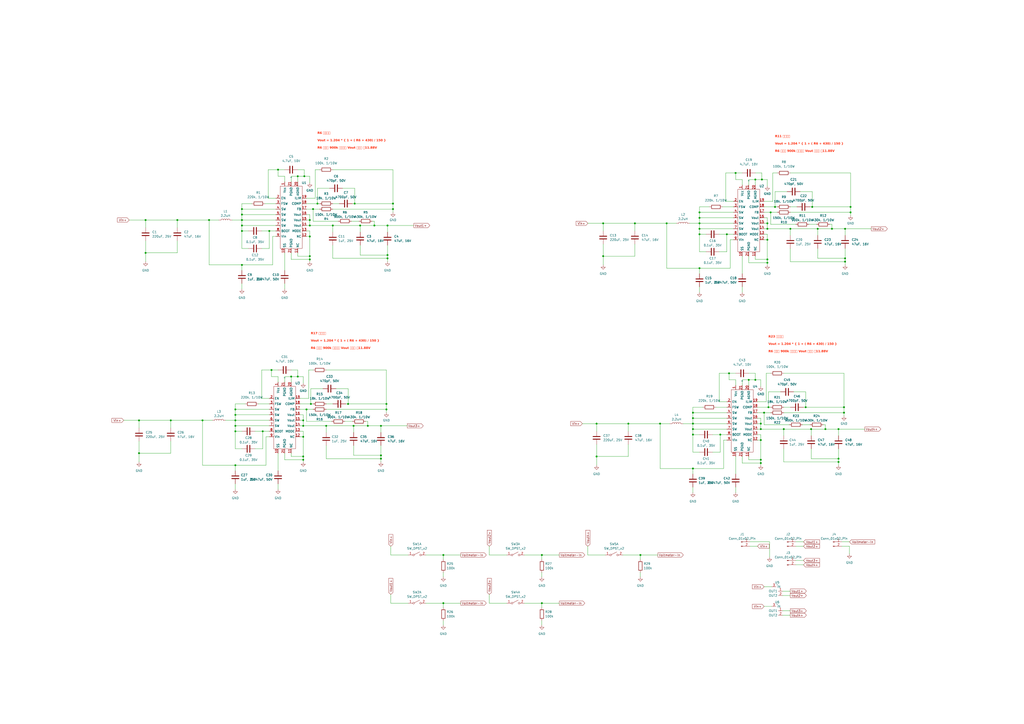
<source format=kicad_sch>
(kicad_sch (version 20230121) (generator eeschema)
  (paper "A2")
  (lib_symbols
    (symbol "Connector:Conn_01x02_Pin" (pin_names (offset 1.016) hide)
      (property "Reference" "J" (at 0 2.54 0))
      (property "Value" "Conn_01x02_Pin" (at 0 -5.08 0))
      (symbol "Conn_01x02_Pin_1_1"
        (pin passive line (at 5.08 0 180) (length 3.81) (name "Pin_1") (number "1"))
        (pin passive line (at 5.08 -2.54 180) (length 3.81) (name "Pin_2") (number "2"))
      )
    )
    (symbol "Device:C" (pin_numbers hide) (pin_names (offset 0.254))
      (property "Reference" "C" (at 0.635 2.54 0))
      (property "Value" "C" (at 0.635 -2.54 0))
      (symbol "C_1_1"
        (pin passive line (at 0 3.81 270) (length 2.794) (name "~") (number "1"))
        (pin passive line (at 0 -3.81 90) (length 2.794) (name "~") (number "2"))
      )
    )
    (symbol "Device:L" (pin_numbers hide) (pin_names (offset 1.016) hide)
      (property "Reference" "L" (at -1.27 0 90))
      (property "Value" "L" (at 1.905 0 90))
      (symbol "L_1_1"
        (pin passive line (at 0 3.81 270) (length 1.27) (name "1") (number "1"))
        (pin passive line (at 0 -3.81 90) (length 1.27) (name "2") (number "2"))
      )
    )
    (symbol "Device:R" (pin_numbers hide) (pin_names (offset 0))
      (property "Reference" "R" (at 2.032 0 90))
      (property "Value" "R" (at 0 0 90))
      (symbol "R_1_1"
        (pin passive line (at 0 3.81 270) (length 1.27) (name "~") (number "1"))
        (pin passive line (at 0 -3.81 90) (length 1.27) (name "~") (number "2"))
      )
    )
    (symbol "Switch:SW_DPST_x2" (pin_names (offset 0) hide)
      (property "Reference" "SW" (at 0 3.175 0))
      (property "Value" "SW_DPST_x2" (at 0 -2.54 0))
      (symbol "SW_DPST_x2_1_1"
        (pin passive line (at -5.08 0 0) (length 2.54) (name "A") (number "1"))
        (pin passive line (at 5.08 0 180) (length 2.54) (name "B") (number "2"))
      )
      (symbol "SW_DPST_x2_2_1"
        (pin passive line (at -5.08 0 0) (length 2.54) (name "A") (number "3"))
        (pin passive line (at 5.08 0 180) (length 2.54) (name "B") (number "4"))
      )
    )
    (symbol "power:GND" (power) (pin_names (offset 0))
      (property "Value" "GND" (at 0 -3.81 0))
      (symbol "GND_1_1"
        (pin power_in line (at 0 0 270) (length 0) hide (name "GND") (number "1"))
      )
    )
    (symbol "sunpare2023:pad-3"
      (property "Reference" "U" (at 0 1.27 0))
      (symbol "pad-3_1_1"
        (pin passive line (at 3.175 -3.81 180) (length 2.54) (name "OUT1") (number "1"))
        (pin passive line (at 3.175 -6.35 180) (length 2.54) (name "OUT2") (number "2"))
        (pin passive line (at -3.175 -1.27 0) (length 2.54) (name "IN") (number "3"))
      )
    )
    (symbol "sunpare2023:tps61088"
      (property "Reference" "U" (at 0 2.54 0))
      (symbol "tps61088_1_1"
        (pin passive line (at -3.81 -2.54 270) (length 2.54) (name "Vcc") (number "1"))
        (pin passive line (at -3.81 -43.815 90) (length 2.54) (name "SS") (number "10"))
        (pin passive line (at 3.81 -43.815 90) (length 2.54) (name "NC") (number "11"))
        (pin passive line (at 8.89 -34.29 180) (length 2.54) (name "NC") (number "12"))
        (pin passive line (at 8.89 -31.115 180) (length 2.54) (name "MODE") (number "13"))
        (pin passive line (at 8.89 -27.94 180) (length 2.54) (name "Vout") (number "14"))
        (pin passive line (at 8.89 -24.765 180) (length 2.54) (name "Vout") (number "15"))
        (pin passive line (at 8.89 -21.59 180) (length 2.54) (name "Vout") (number "16"))
        (pin passive line (at 8.89 -18.415 180) (length 2.54) (name "FB") (number "17"))
        (pin passive line (at 8.89 -15.24 180) (length 2.54) (name "COMP") (number "18"))
        (pin passive line (at 8.89 -12.065 180) (length 2.54) (name "ILIM") (number "19"))
        (pin passive line (at -8.89 -12.065 0) (length 2.54) (name "EN") (number "2"))
        (pin passive line (at 3.81 -2.54 270) (length 2.54) (name "AGND") (number "20"))
        (pin passive line (at 0 -43.815 90) (length 2.54) (name "PGND") (number "21"))
        (pin passive line (at 0 -2.54 270) (length 2.54) (name "PGND") (number "21"))
        (pin passive line (at -8.89 -15.24 0) (length 2.54) (name "FSW") (number "3"))
        (pin passive line (at -8.89 -18.415 0) (length 2.54) (name "SW") (number "4"))
        (pin passive line (at -8.89 -21.59 0) (length 2.54) (name "SW") (number "5"))
        (pin passive line (at -8.89 -24.765 0) (length 2.54) (name "SW") (number "6"))
        (pin passive line (at -8.89 -27.94 0) (length 2.54) (name "SW") (number "7"))
        (pin passive line (at -8.89 -31.115 0) (length 2.54) (name "BOOT") (number "8"))
        (pin passive line (at -8.89 -34.29 0) (length 2.54) (name "Vin") (number "9"))
      )
    )
  )
  (junction (at 441.325 255.27))
  (junction (at 220.98 264.16))
  (junction (at 371.475 321.945))
  (junction (at 220.98 247.015))
  (junction (at 349.885 129.54))
  (junction (at 136.525 243.84))
  (junction (at 364.49 245.745))
  (junction (at 172.72 218.44))
  (junction (at 136.525 237.49))
  (junction (at 478.79 248.92))
  (junction (at 470.535 248.92))
  (junction (at 482.6 132.715))
  (junction (at 441.325 245.745))
  (junction (at 175.895 243.84))
  (junction (at 140.335 133.985))
  (junction (at 490.22 149.86))
  (junction (at 208.915 130.81))
  (junction (at 175.895 266.7))
  (junction (at 136.525 269.875))
  (junction (at 220.98 266.065))
  (junction (at 441.325 266.7))
  (junction (at 490.22 132.715))
  (junction (at 405.765 135.89))
  (junction (at 445.135 152.4))
  (junction (at 438.15 104.14))
  (junction (at 493.395 120.015))
  (junction (at 401.955 248.92))
  (junction (at 401.955 242.57))
  (junction (at 179.705 127.635))
  (junction (at 471.17 120.015))
  (junction (at 447.04 123.19))
  (junction (at 140.335 124.46))
  (junction (at 156.21 133.985))
  (junction (at 490.22 151.765))
  (junction (at 314.325 349.885))
  (junction (at 486.41 248.92))
  (junction (at 489.585 239.395))
  (junction (at 224.155 234.315))
  (junction (at 136.525 247.015))
  (junction (at 152.4 250.19))
  (junction (at 493.395 123.19))
  (junction (at 140.335 127.635))
  (junction (at 443.23 239.395))
  (junction (at 426.72 100.33))
  (junction (at 179.705 130.81))
  (junction (at 121.285 127.635))
  (junction (at 136.525 250.19))
  (junction (at 441.96 104.14))
  (junction (at 449.58 120.015))
  (junction (at 179.705 148.59))
  (junction (at 445.77 236.22))
  (junction (at 227.965 121.285))
  (junction (at 84.455 127.635))
  (junction (at 417.83 252.095))
  (junction (at 177.8 237.49))
  (junction (at 224.79 149.86))
  (junction (at 346.075 264.795))
  (junction (at 421.64 135.89))
  (junction (at 438.15 220.345))
  (junction (at 205.105 247.015))
  (junction (at 314.325 321.945))
  (junction (at 99.06 243.84))
  (junction (at 224.155 237.49))
  (junction (at 441.325 268.605))
  (junction (at 386.715 129.54))
  (junction (at 257.175 321.945))
  (junction (at 445.135 132.715))
  (junction (at 201.93 234.315))
  (junction (at 136.525 240.665))
  (junction (at 224.79 130.81))
  (junction (at 172.72 102.235))
  (junction (at 349.885 148.59))
  (junction (at 458.47 132.715))
  (junction (at 179.705 150.495))
  (junction (at 422.91 216.535))
  (junction (at 405.765 132.715))
  (junction (at 157.48 214.63))
  (junction (at 140.335 153.67))
  (junction (at 489.585 236.22))
  (junction (at 454.66 248.92))
  (junction (at 486.41 267.97))
  (junction (at 84.455 146.685))
  (junction (at 227.965 118.11))
  (junction (at 184.15 118.11))
  (junction (at 217.17 130.81))
  (junction (at 467.36 236.22))
  (junction (at 117.475 243.84))
  (junction (at 382.905 245.745))
  (junction (at 401.955 245.745))
  (junction (at 140.335 130.81))
  (junction (at 401.955 252.095))
  (junction (at 486.41 266.065))
  (junction (at 140.335 121.285))
  (junction (at 80.645 262.89))
  (junction (at 189.23 247.015))
  (junction (at 441.325 248.92))
  (junction (at 193.04 130.81))
  (junction (at 80.645 243.84))
  (junction (at 445.135 139.065))
  (junction (at 213.36 247.015))
  (junction (at 405.765 123.19))
  (junction (at 257.175 349.885))
  (junction (at 474.345 132.715))
  (junction (at 161.29 98.425))
  (junction (at 445.135 150.495))
  (junction (at 168.91 218.44))
  (junction (at 401.955 271.78))
  (junction (at 175.895 247.015))
  (junction (at 175.895 264.795))
  (junction (at 181.61 121.285))
  (junction (at 102.87 127.635))
  (junction (at 224.79 147.955))
  (junction (at 445.135 129.54))
  (junction (at 401.955 239.395))
  (junction (at 175.895 253.365))
  (junction (at 179.705 137.16))
  (junction (at 205.74 118.11))
  (junction (at 405.765 126.365))
  (junction (at 176.53 102.235))
  (junction (at 368.3 129.54))
  (junction (at 405.765 129.54))
  (junction (at 180.34 234.315))
  (junction (at 346.075 245.745))
  (junction (at 405.765 155.575))
  (junction (at 434.34 220.345))
  (wire (pts (xy 443.23 120.015) (xy 449.58 120.015)))
  (wire (pts (xy 257.175 349.885) (xy 267.335 349.885)))
  (wire (pts (xy 99.06 243.84) (xy 99.06 248.285)))
  (wire (pts (xy 168.91 218.44) (xy 168.91 221.615)))
  (wire (pts (xy 417.83 252.095) (xy 421.64 252.095)))
  (wire (pts (xy 177.8 237.49) (xy 181.61 237.49)))
  (wire (pts (xy 136.525 250.19) (xy 136.525 260.35)))
  (wire (pts (xy 421.64 135.89) (xy 425.45 135.89)))
  (wire (pts (xy 200.025 244.475) (xy 204.47 244.475)))
  (wire (pts (xy 136.525 260.35) (xy 140.335 260.35)))
  (wire (pts (xy 461.645 327.66) (xy 466.09 327.66)))
  (wire (pts (xy 411.48 120.015) (xy 405.765 120.015)))
  (wire (pts (xy 456.565 111.125) (xy 449.58 111.125)))
  (wire (pts (xy 175.895 222.25) (xy 175.895 218.44)))
  (wire (pts (xy 142.24 234.315) (xy 136.525 234.315)))
  (wire (pts (xy 364.49 245.745) (xy 382.905 245.745)))
  (wire (pts (xy 227.965 118.11) (xy 227.965 121.285)))
  (wire (pts (xy 438.15 100.33) (xy 441.96 100.33)))
  (wire (pts (xy 99.06 243.84) (xy 117.475 243.84)))
  (wire (pts (xy 314.325 360.045) (xy 314.325 362.585)))
  (wire (pts (xy 181.61 121.285) (xy 181.61 128.27)))
  (wire (pts (xy 371.475 332.105) (xy 371.475 334.645)))
  (wire (pts (xy 401.955 242.57) (xy 421.64 242.57)))
  (wire (pts (xy 136.525 269.875) (xy 136.525 273.05)))
  (wire (pts (xy 430.53 223.52) (xy 430.53 220.345)))
  (wire (pts (xy 425.45 129.54) (xy 405.765 129.54)))
  (wire (pts (xy 121.285 127.635) (xy 127 127.635)))
  (wire (pts (xy 422.91 216.535) (xy 426.72 216.535)))
  (wire (pts (xy 304.165 349.885) (xy 314.325 349.885)))
  (wire (pts (xy 443.23 239.395) (xy 443.23 246.38)))
  (wire (pts (xy 215.9 128.27) (xy 217.17 128.27)))
  (wire (pts (xy 136.525 237.49) (xy 156.21 237.49)))
  (wire (pts (xy 349.885 129.54) (xy 368.3 129.54)))
  (wire (pts (xy 140.335 124.46) (xy 160.02 124.46)))
  (wire (pts (xy 413.385 262.255) (xy 417.83 262.255)))
  (wire (pts (xy 177.8 137.16) (xy 179.705 137.16)))
  (wire (pts (xy 140.335 133.985) (xy 140.335 144.145)))
  (wire (pts (xy 474.345 132.715) (xy 482.6 132.715)))
  (wire (pts (xy 161.29 218.44) (xy 157.48 218.44)))
  (wire (pts (xy 220.98 266.065) (xy 220.98 267.97)))
  (wire (pts (xy 434.34 104.14) (xy 438.15 104.14)))
  (wire (pts (xy 217.17 128.27) (xy 217.17 130.81)))
  (wire (pts (xy 136.525 234.315) (xy 136.525 237.49)))
  (wire (pts (xy 205.74 118.11) (xy 227.965 118.11)))
  (wire (pts (xy 430.53 104.14) (xy 430.53 107.315)))
  (wire (pts (xy 438.15 216.535) (xy 438.15 220.345)))
  (wire (pts (xy 220.98 247.015) (xy 213.36 247.015)))
  (wire (pts (xy 182.88 114.935) (xy 177.8 114.935)))
  (wire (pts (xy 177.8 118.11) (xy 184.15 118.11)))
  (wire (pts (xy 425.45 139.065) (xy 423.545 139.065)))
  (wire (pts (xy 161.29 98.425) (xy 165.1 98.425)))
  (wire (pts (xy 464.185 111.125) (xy 471.17 111.125)))
  (wire (pts (xy 445.135 107.95) (xy 445.135 104.14)))
  (wire (pts (xy 441.325 252.095) (xy 441.325 255.27)))
  (wire (pts (xy 382.905 245.745) (xy 382.905 271.78)))
  (wire (pts (xy 461.645 314.325) (xy 466.09 314.325)))
  (wire (pts (xy 401.955 271.78) (xy 419.735 271.78)))
  (wire (pts (xy 240.03 130.81) (xy 224.79 130.81)))
  (wire (pts (xy 470.535 248.92) (xy 478.79 248.92)))
  (wire (pts (xy 477.52 246.38) (xy 478.79 246.38)))
  (wire (pts (xy 401.955 239.395) (xy 401.955 242.57)))
  (wire (pts (xy 482.6 130.175) (xy 482.6 132.715)))
  (wire (pts (xy 168.91 146.685) (xy 168.91 150.495)))
  (wire (pts (xy 136.525 250.19) (xy 140.335 250.19)))
  (wire (pts (xy 405.765 132.715) (xy 405.765 135.89)))
  (wire (pts (xy 140.335 153.67) (xy 158.115 153.67)))
  (wire (pts (xy 454.66 260.35) (xy 454.66 267.97)))
  (wire (pts (xy 488.315 314.325) (xy 492.76 314.325)))
  (wire (pts (xy 224.79 147.955) (xy 224.79 149.86)))
  (wire (pts (xy 80.645 255.905) (xy 80.645 262.89)))
  (wire (pts (xy 179.705 127.635) (xy 179.705 130.81)))
  (wire (pts (xy 136.525 269.875) (xy 117.475 269.875)))
  (wire (pts (xy 247.015 349.885) (xy 257.175 349.885)))
  (wire (pts (xy 438.15 150.495) (xy 445.135 150.495)))
  (wire (pts (xy 486.41 260.35) (xy 486.41 266.065)))
  (wire (pts (xy 438.15 148.59) (xy 438.15 150.495)))
  (wire (pts (xy 454.025 356.87) (xy 458.47 356.87)))
  (wire (pts (xy 165.1 102.235) (xy 161.29 102.235)))
  (wire (pts (xy 368.3 141.605) (xy 368.3 148.59)))
  (wire (pts (xy 489.585 236.22) (xy 489.585 239.395)))
  (wire (pts (xy 140.335 153.67) (xy 140.335 156.845)))
  (wire (pts (xy 421.64 135.89) (xy 421.64 146.05)))
  (wire (pts (xy 176.53 98.425) (xy 176.53 102.235)))
  (wire (pts (xy 152.4 250.19) (xy 152.4 260.35)))
  (wire (pts (xy 165.1 221.615) (xy 165.1 218.44)))
  (wire (pts (xy 349.885 141.605) (xy 349.885 148.59)))
  (wire (pts (xy 364.49 245.745) (xy 364.49 250.19)))
  (wire (pts (xy 84.455 146.685) (xy 84.455 151.765)))
  (wire (pts (xy 154.305 253.365) (xy 154.305 269.875)))
  (wire (pts (xy 454.66 248.92) (xy 470.535 248.92)))
  (wire (pts (xy 445.135 135.89) (xy 445.135 139.065)))
  (wire (pts (xy 469.265 130.175) (xy 473.71 130.175)))
  (wire (pts (xy 368.3 129.54) (xy 386.715 129.54)))
  (wire (pts (xy 314.325 349.885) (xy 324.485 349.885)))
  (wire (pts (xy 445.77 227.33) (xy 445.77 236.22)))
  (wire (pts (xy 490.22 149.86) (xy 490.22 151.765)))
  (wire (pts (xy 458.47 100.33) (xy 493.395 100.33)))
  (wire (pts (xy 179.07 231.14) (xy 173.99 231.14)))
  (wire (pts (xy 179.705 148.59) (xy 179.705 150.495)))
  (wire (pts (xy 165.1 262.89) (xy 165.1 266.7)))
  (wire (pts (xy 257.175 321.945) (xy 267.335 321.945)))
  (wire (pts (xy 490.22 132.715) (xy 482.6 132.715)))
  (wire (pts (xy 490.22 144.145) (xy 490.22 149.86)))
  (wire (pts (xy 470.535 248.92) (xy 470.535 252.73)))
  (wire (pts (xy 177.8 127.635) (xy 179.705 127.635)))
  (wire (pts (xy 471.17 111.125) (xy 471.17 120.015)))
  (wire (pts (xy 454.66 216.535) (xy 489.585 216.535)))
  (wire (pts (xy 458.47 132.715) (xy 458.47 136.525)))
  (wire (pts (xy 257.175 321.945) (xy 257.175 324.485)))
  (wire (pts (xy 405.765 155.575) (xy 386.715 155.575)))
  (wire (pts (xy 193.04 121.285) (xy 227.965 121.285)))
  (wire (pts (xy 180.34 234.315) (xy 181.61 234.315)))
  (wire (pts (xy 179.705 124.46) (xy 179.705 127.635)))
  (wire (pts (xy 205.105 247.015) (xy 213.36 247.015)))
  (wire (pts (xy 193.04 130.81) (xy 208.915 130.81)))
  (wire (pts (xy 454.025 354.33) (xy 458.47 354.33)))
  (wire (pts (xy 467.36 227.33) (xy 467.36 236.22)))
  (wire (pts (xy 488.315 316.865) (xy 492.76 316.865)))
  (wire (pts (xy 173.99 253.365) (xy 175.895 253.365)))
  (wire (pts (xy 441.325 224.155) (xy 441.325 220.345)))
  (wire (pts (xy 423.545 139.065) (xy 423.545 155.575)))
  (wire (pts (xy 140.335 121.285) (xy 160.02 121.285)))
  (wire (pts (xy 425.45 116.84) (xy 421.005 116.84)))
  (wire (pts (xy 439.42 248.92) (xy 441.325 248.92)))
  (wire (pts (xy 421.64 245.745) (xy 401.955 245.745)))
  (wire (pts (xy 364.49 264.795) (xy 346.075 264.795)))
  (wire (pts (xy 80.645 262.89) (xy 80.645 267.97)))
  (wire (pts (xy 361.315 321.945) (xy 371.475 321.945)))
  (wire (pts (xy 314.325 321.945) (xy 314.325 324.485)))
  (wire (pts (xy 224.79 149.86) (xy 224.79 151.765)))
  (wire (pts (xy 434.975 314.325) (xy 446.405 314.325)))
  (wire (pts (xy 153.67 118.11) (xy 160.02 118.11)))
  (wire (pts (xy 205.105 264.16) (xy 220.98 264.16)))
  (wire (pts (xy 458.47 144.145) (xy 458.47 151.765)))
  (wire (pts (xy 165.1 164.465) (xy 165.1 167.64)))
  (wire (pts (xy 227.965 121.285) (xy 227.965 123.19)))
  (wire (pts (xy 102.87 127.635) (xy 102.87 132.08)))
  (wire (pts (xy 445.135 152.4) (xy 445.135 153.67)))
  (wire (pts (xy 430.53 268.605) (xy 441.325 268.605)))
  (wire (pts (xy 469.9 120.015) (xy 471.17 120.015)))
  (wire (pts (xy 386.715 129.54) (xy 392.43 129.54)))
  (wire (pts (xy 182.88 98.425) (xy 185.42 98.425)))
  (wire (pts (xy 401.955 262.255) (xy 405.765 262.255)))
  (wire (pts (xy 349.885 129.54) (xy 349.885 133.985)))
  (wire (pts (xy 460.375 227.33) (xy 467.36 227.33)))
  (wire (pts (xy 405.765 126.365) (xy 405.765 129.54)))
  (wire (pts (xy 447.04 123.19) (xy 447.04 130.175)))
  (wire (pts (xy 349.885 148.59) (xy 349.885 153.67)))
  (wire (pts (xy 461.645 325.12) (xy 466.09 325.12)))
  (wire (pts (xy 444.5 216.535) (xy 444.5 233.045)))
  (wire (pts (xy 417.195 216.535) (xy 422.91 216.535)))
  (wire (pts (xy 102.87 146.685) (xy 84.455 146.685)))
  (wire (pts (xy 458.47 123.19) (xy 493.395 123.19)))
  (wire (pts (xy 224.79 142.24) (xy 224.79 147.955)))
  (wire (pts (xy 346.075 264.795) (xy 346.075 269.875)))
  (wire (pts (xy 205.105 247.015) (xy 205.105 250.825)))
  (wire (pts (xy 405.765 129.54) (xy 405.765 132.715)))
  (wire (pts (xy 443.23 246.38) (xy 457.835 246.38)))
  (wire (pts (xy 447.675 340.36) (xy 443.23 340.36)))
  (wire (pts (xy 283.845 344.805) (xy 283.845 349.885)))
  (wire (pts (xy 417.83 252.095) (xy 417.83 262.255)))
  (wire (pts (xy 454.66 267.97) (xy 486.41 267.97)))
  (wire (pts (xy 140.335 144.145) (xy 144.145 144.145)))
  (wire (pts (xy 140.335 124.46) (xy 140.335 127.635)))
  (wire (pts (xy 226.695 321.945) (xy 236.855 321.945)))
  (wire (pts (xy 224.155 214.63) (xy 224.155 234.315)))
  (wire (pts (xy 396.24 245.745) (xy 401.955 245.745)))
  (wire (pts (xy 173.99 250.19) (xy 175.895 250.19)))
  (wire (pts (xy 140.335 153.67) (xy 121.285 153.67)))
  (wire (pts (xy 182.88 98.425) (xy 182.88 114.935)))
  (wire (pts (xy 157.48 214.63) (xy 157.48 218.44)))
  (wire (pts (xy 314.325 349.885) (xy 314.325 352.425)))
  (wire (pts (xy 177.8 124.46) (xy 179.705 124.46)))
  (wire (pts (xy 157.48 214.63) (xy 161.29 214.63)))
  (wire (pts (xy 165.1 218.44) (xy 168.91 218.44)))
  (wire (pts (xy 430.53 104.14) (xy 426.72 104.14)))
  (wire (pts (xy 173.99 247.015) (xy 175.895 247.015)))
  (wire (pts (xy 147.955 260.35) (xy 152.4 260.35)))
  (wire (pts (xy 401.955 245.745) (xy 401.955 248.92)))
  (wire (pts (xy 438.15 220.345) (xy 434.34 220.345)))
  (wire (pts (xy 421.64 233.045) (xy 417.195 233.045)))
  (wire (pts (xy 413.385 252.095) (xy 417.83 252.095)))
  (wire (pts (xy 445.77 236.22) (xy 447.04 236.22)))
  (wire (pts (xy 172.72 214.63) (xy 172.72 218.44)))
  (wire (pts (xy 172.72 146.685) (xy 172.72 148.59)))
  (wire (pts (xy 346.075 257.81) (xy 346.075 264.795)))
  (wire (pts (xy 382.905 245.745) (xy 388.62 245.745)))
  (wire (pts (xy 99.06 255.905) (xy 99.06 262.89)))
  (wire (pts (xy 155.575 114.935) (xy 155.575 98.425)))
  (wire (pts (xy 200.66 234.315) (xy 201.93 234.315)))
  (wire (pts (xy 80.645 243.84) (xy 99.06 243.84)))
  (wire (pts (xy 181.61 121.285) (xy 185.42 121.285)))
  (wire (pts (xy 177.8 133.985) (xy 179.705 133.985)))
  (wire (pts (xy 117.475 243.84) (xy 123.19 243.84)))
  (wire (pts (xy 184.15 109.22) (xy 184.15 118.11)))
  (wire (pts (xy 165.1 266.7) (xy 175.895 266.7)))
  (wire (pts (xy 434.34 264.795) (xy 434.34 266.7)))
  (wire (pts (xy 401.955 271.78) (xy 401.955 274.955)))
  (wire (pts (xy 220.98 250.825) (xy 220.98 247.015)))
  (wire (pts (xy 441.96 100.33) (xy 441.96 104.14)))
  (wire (pts (xy 151.765 231.14) (xy 151.765 214.63)))
  (wire (pts (xy 156.21 243.84) (xy 136.525 243.84)))
  (wire (pts (xy 151.765 214.63) (xy 157.48 214.63)))
  (wire (pts (xy 173.99 240.665) (xy 175.895 240.665)))
  (wire (pts (xy 175.895 218.44) (xy 172.72 218.44)))
  (wire (pts (xy 434.34 148.59) (xy 434.34 152.4)))
  (wire (pts (xy 304.165 321.945) (xy 314.325 321.945)))
  (wire (pts (xy 189.23 237.49) (xy 224.155 237.49)))
  (wire (pts (xy 179.705 137.16) (xy 179.705 148.59)))
  (wire (pts (xy 151.765 144.145) (xy 156.21 144.145)))
  (wire (pts (xy 172.72 102.235) (xy 172.72 105.41)))
  (wire (pts (xy 401.955 282.575) (xy 401.955 285.75)))
  (wire (pts (xy 501.65 248.92) (xy 486.41 248.92)))
  (wire (pts (xy 117.475 243.84) (xy 117.475 269.875)))
  (wire (pts (xy 193.04 98.425) (xy 227.965 98.425)))
  (wire (pts (xy 426.72 100.33) (xy 426.72 104.14)))
  (wire (pts (xy 458.47 120.015) (xy 462.28 120.015)))
  (wire (pts (xy 193.04 130.81) (xy 193.04 134.62)))
  (wire (pts (xy 168.91 262.89) (xy 168.91 264.795)))
  (wire (pts (xy 257.175 349.885) (xy 257.175 352.425)))
  (wire (pts (xy 443.23 132.715) (xy 445.135 132.715)))
  (wire (pts (xy 430.53 148.59) (xy 430.53 158.75)))
  (wire (pts (xy 173.99 237.49) (xy 177.8 237.49)))
  (wire (pts (xy 441.325 268.605) (xy 441.325 269.875)))
  (wire (pts (xy 421.005 116.84) (xy 421.005 100.33)))
  (wire (pts (xy 489.585 216.535) (xy 489.585 236.22)))
  (wire (pts (xy 236.22 247.015) (xy 220.98 247.015)))
  (wire (pts (xy 160.02 114.935) (xy 155.575 114.935)))
  (wire (pts (xy 189.23 258.445) (xy 189.23 266.065)))
  (wire (pts (xy 405.765 155.575) (xy 405.765 158.75)))
  (wire (pts (xy 283.845 321.945) (xy 294.005 321.945)))
  (wire (pts (xy 492.76 321.31) (xy 492.76 316.865)))
  (wire (pts (xy 441.325 248.92) (xy 454.66 248.92)))
  (wire (pts (xy 140.335 164.465) (xy 140.335 167.64)))
  (wire (pts (xy 486.41 252.73) (xy 486.41 248.92)))
  (wire (pts (xy 213.36 244.475) (xy 213.36 247.015)))
  (wire (pts (xy 371.475 321.945) (xy 371.475 324.485)))
  (wire (pts (xy 177.8 121.285) (xy 181.61 121.285)))
  (wire (pts (xy 136.525 243.84) (xy 136.525 247.015)))
  (wire (pts (xy 493.395 120.015) (xy 493.395 123.19)))
  (wire (pts (xy 204.47 118.11) (xy 205.74 118.11)))
  (wire (pts (xy 160.02 137.16) (xy 158.115 137.16)))
  (wire (pts (xy 194.945 225.425) (xy 201.93 225.425)))
  (wire (pts (xy 415.29 236.22) (xy 421.64 236.22)))
  (wire (pts (xy 444.5 216.535) (xy 447.04 216.535)))
  (wire (pts (xy 134.62 127.635) (xy 140.335 127.635)))
  (wire (pts (xy 121.285 127.635) (xy 121.285 153.67)))
  (wire (pts (xy 486.41 267.97) (xy 486.41 269.875)))
  (wire (pts (xy 201.93 234.315) (xy 224.155 234.315)))
  (wire (pts (xy 438.15 104.14) (xy 438.15 107.315)))
  (wire (pts (xy 175.895 247.015) (xy 189.23 247.015)))
  (wire (pts (xy 493.395 123.19) (xy 493.395 125.095)))
  (wire (pts (xy 434.34 220.345) (xy 434.34 223.52)))
  (wire (pts (xy 405.765 155.575) (xy 423.545 155.575)))
  (wire (pts (xy 405.765 135.89) (xy 409.575 135.89)))
  (wire (pts (xy 471.17 120.015) (xy 493.395 120.015)))
  (wire (pts (xy 147.955 250.19) (xy 152.4 250.19)))
  (wire (pts (xy 156.21 133.985) (xy 156.21 144.145)))
  (wire (pts (xy 208.915 142.24) (xy 208.915 147.955)))
  (wire (pts (xy 175.895 266.7) (xy 175.895 267.97)))
  (wire (pts (xy 454.025 345.44) (xy 458.47 345.44)))
  (wire (pts (xy 177.8 244.475) (xy 192.405 244.475)))
  (wire (pts (xy 189.23 247.015) (xy 189.23 250.825)))
  (wire (pts (xy 172.72 98.425) (xy 176.53 98.425)))
  (wire (pts (xy 191.135 109.22) (xy 184.15 109.22)))
  (wire (pts (xy 189.23 234.315) (xy 193.04 234.315)))
  (wire (pts (xy 168.91 150.495) (xy 179.705 150.495)))
  (wire (pts (xy 175.895 264.795) (xy 175.895 266.7)))
  (wire (pts (xy 212.09 244.475) (xy 213.36 244.475)))
  (wire (pts (xy 401.955 271.78) (xy 382.905 271.78)))
  (wire (pts (xy 426.72 264.795) (xy 426.72 274.955)))
  (wire (pts (xy 445.135 132.715) (xy 458.47 132.715)))
  (wire (pts (xy 439.42 242.57) (xy 441.325 242.57)))
  (wire (pts (xy 136.525 240.665) (xy 136.525 243.84)))
  (wire (pts (xy 489.585 239.395) (xy 489.585 241.3)))
  (wire (pts (xy 161.29 280.67) (xy 161.29 283.845)))
  (wire (pts (xy 401.955 236.22) (xy 401.955 239.395)))
  (wire (pts (xy 136.525 269.875) (xy 154.305 269.875)))
  (wire (pts (xy 439.42 245.745) (xy 441.325 245.745)))
  (wire (pts (xy 340.995 129.54) (xy 349.885 129.54)))
  (wire (pts (xy 422.91 216.535) (xy 422.91 220.345)))
  (wire (pts (xy 405.765 126.365) (xy 425.45 126.365)))
  (wire (pts (xy 140.335 130.81) (xy 140.335 133.985)))
  (wire (pts (xy 193.04 142.24) (xy 193.04 149.86)))
  (wire (pts (xy 465.455 246.38) (xy 469.9 246.38)))
  (wire (pts (xy 470.535 266.065) (xy 486.41 266.065)))
  (wire (pts (xy 340.995 316.865) (xy 340.995 321.945)))
  (wire (pts (xy 130.81 243.84) (xy 136.525 243.84)))
  (wire (pts (xy 441.325 266.7) (xy 441.325 268.605)))
  (wire (pts (xy 189.23 247.015) (xy 205.105 247.015)))
  (wire (pts (xy 467.36 236.22) (xy 489.585 236.22)))
  (wire (pts (xy 444.5 233.045) (xy 439.42 233.045)))
  (wire (pts (xy 208.915 147.955) (xy 224.79 147.955)))
  (wire (pts (xy 136.525 247.015) (xy 136.525 250.19)))
  (wire (pts (xy 201.93 225.425) (xy 201.93 234.315)))
  (wire (pts (xy 156.21 133.985) (xy 160.02 133.985)))
  (wire (pts (xy 208.915 130.81) (xy 208.915 134.62)))
  (wire (pts (xy 175.895 250.19) (xy 175.895 253.365)))
  (wire (pts (xy 368.3 148.59) (xy 349.885 148.59)))
  (wire (pts (xy 224.79 134.62) (xy 224.79 130.81)))
  (wire (pts (xy 340.995 321.945) (xy 351.155 321.945)))
  (wire (pts (xy 443.23 129.54) (xy 445.135 129.54)))
  (wire (pts (xy 449.58 111.125) (xy 449.58 120.015)))
  (wire (pts (xy 434.34 266.7) (xy 441.325 266.7)))
  (wire (pts (xy 161.29 262.89) (xy 161.29 273.05)))
  (wire (pts (xy 346.075 245.745) (xy 346.075 250.19)))
  (wire (pts (xy 152.4 250.19) (xy 156.21 250.19)))
  (wire (pts (xy 405.765 146.05) (xy 409.575 146.05)))
  (wire (pts (xy 458.47 132.715) (xy 474.345 132.715)))
  (wire (pts (xy 189.23 214.63) (xy 224.155 214.63)))
  (wire (pts (xy 454.66 239.395) (xy 489.585 239.395)))
  (wire (pts (xy 443.23 123.19) (xy 447.04 123.19)))
  (wire (pts (xy 283.845 349.885) (xy 294.005 349.885)))
  (wire (pts (xy 193.04 118.11) (xy 196.85 118.11)))
  (wire (pts (xy 149.86 234.315) (xy 156.21 234.315)))
  (wire (pts (xy 172.72 148.59) (xy 179.705 148.59)))
  (wire (pts (xy 205.74 109.22) (xy 205.74 118.11)))
  (wire (pts (xy 426.72 100.33) (xy 430.53 100.33)))
  (wire (pts (xy 426.72 282.575) (xy 426.72 285.75)))
  (wire (pts (xy 173.99 234.315) (xy 180.34 234.315)))
  (wire (pts (xy 461.645 316.865) (xy 466.09 316.865)))
  (wire (pts (xy 179.705 150.495) (xy 179.705 151.765)))
  (wire (pts (xy 80.645 243.84) (xy 80.645 248.285)))
  (wire (pts (xy 140.335 121.285) (xy 140.335 124.46)))
  (wire (pts (xy 175.895 240.665) (xy 175.895 243.84)))
  (wire (pts (xy 445.135 104.14) (xy 441.96 104.14)))
  (wire (pts (xy 441.325 220.345) (xy 438.15 220.345)))
  (wire (pts (xy 364.49 257.81) (xy 364.49 264.795)))
  (wire (pts (xy 84.455 139.7) (xy 84.455 146.685)))
  (wire (pts (xy 446.405 314.325) (xy 446.405 323.215)))
  (wire (pts (xy 179.705 106.045) (xy 179.705 102.235)))
  (wire (pts (xy 449.58 120.015) (xy 450.85 120.015)))
  (wire (pts (xy 439.42 252.095) (xy 441.325 252.095)))
  (wire (pts (xy 405.765 120.015) (xy 405.765 123.19)))
  (wire (pts (xy 226.695 316.865) (xy 226.695 321.945)))
  (wire (pts (xy 443.23 139.065) (xy 445.135 139.065)))
  (wire (pts (xy 156.21 253.365) (xy 154.305 253.365)))
  (wire (pts (xy 448.31 116.84) (xy 443.23 116.84)))
  (wire (pts (xy 447.04 130.175) (xy 461.645 130.175)))
  (wire (pts (xy 283.845 316.865) (xy 283.845 321.945)))
  (wire (pts (xy 193.04 149.86) (xy 224.79 149.86)))
  (wire (pts (xy 168.91 102.235) (xy 172.72 102.235)))
  (wire (pts (xy 179.07 214.63) (xy 181.61 214.63)))
  (wire (pts (xy 493.395 100.33) (xy 493.395 120.015)))
  (wire (pts (xy 419.1 120.015) (xy 425.45 120.015)))
  (wire (pts (xy 168.91 214.63) (xy 172.72 214.63)))
  (wire (pts (xy 168.91 105.41) (xy 168.91 102.235)))
  (wire (pts (xy 165.1 146.685) (xy 165.1 156.845)))
  (wire (pts (xy 447.04 123.19) (xy 450.85 123.19)))
  (wire (pts (xy 490.22 136.525) (xy 490.22 132.715)))
  (wire (pts (xy 102.87 127.635) (xy 121.285 127.635)))
  (wire (pts (xy 441.325 245.745) (xy 441.325 248.92)))
  (wire (pts (xy 140.335 133.985) (xy 144.145 133.985)))
  (wire (pts (xy 74.93 127.635) (xy 84.455 127.635)))
  (wire (pts (xy 474.345 144.145) (xy 474.345 149.86)))
  (wire (pts (xy 470.535 260.35) (xy 470.535 266.065)))
  (wire (pts (xy 198.755 109.22) (xy 205.74 109.22)))
  (wire (pts (xy 146.05 118.11) (xy 140.335 118.11)))
  (wire (pts (xy 447.675 351.79) (xy 443.23 351.79)))
  (wire (pts (xy 430.53 264.795) (xy 430.53 268.605)))
  (wire (pts (xy 156.21 247.015) (xy 136.525 247.015)))
  (wire (pts (xy 445.135 129.54) (xy 445.135 132.715)))
  (wire (pts (xy 419.735 255.27) (xy 419.735 271.78)))
  (wire (pts (xy 189.23 266.065) (xy 220.98 266.065)))
  (wire (pts (xy 371.475 321.945) (xy 381.635 321.945)))
  (wire (pts (xy 439.42 239.395) (xy 443.23 239.395)))
  (wire (pts (xy 443.23 239.395) (xy 447.04 239.395)))
  (wire (pts (xy 490.22 151.765) (xy 490.22 153.67)))
  (wire (pts (xy 172.72 218.44) (xy 168.91 218.44)))
  (wire (pts (xy 400.05 129.54) (xy 405.765 129.54)))
  (wire (pts (xy 458.47 151.765) (xy 490.22 151.765)))
  (wire (pts (xy 445.135 126.365) (xy 445.135 129.54)))
  (wire (pts (xy 179.705 102.235) (xy 176.53 102.235)))
  (wire (pts (xy 430.53 220.345) (xy 434.34 220.345)))
  (wire (pts (xy 224.79 130.81) (xy 217.17 130.81)))
  (wire (pts (xy 102.87 139.7) (xy 102.87 146.685)))
  (wire (pts (xy 220.98 258.445) (xy 220.98 264.16)))
  (wire (pts (xy 168.91 264.795) (xy 175.895 264.795)))
  (wire (pts (xy 441.325 255.27) (xy 441.325 266.7)))
  (wire (pts (xy 434.975 316.865) (xy 439.42 316.865)))
  (wire (pts (xy 421.64 255.27) (xy 419.735 255.27)))
  (wire (pts (xy 486.41 248.92) (xy 478.79 248.92)))
  (wire (pts (xy 224.155 237.49) (xy 224.155 239.395)))
  (wire (pts (xy 505.46 132.715) (xy 490.22 132.715)))
  (wire (pts (xy 180.34 225.425) (xy 180.34 234.315)))
  (wire (pts (xy 430.53 166.37) (xy 430.53 169.545)))
  (wire (pts (xy 179.07 214.63) (xy 179.07 231.14)))
  (wire (pts (xy 205.105 258.445) (xy 205.105 264.16)))
  (wire (pts (xy 71.755 243.84) (xy 80.645 243.84)))
  (wire (pts (xy 161.29 98.425) (xy 161.29 102.235)))
  (wire (pts (xy 136.525 240.665) (xy 156.21 240.665)))
  (wire (pts (xy 179.705 130.81) (xy 193.04 130.81)))
  (wire (pts (xy 173.99 243.84) (xy 175.895 243.84)))
  (wire (pts (xy 136.525 280.67) (xy 136.525 283.845)))
  (wire (pts (xy 257.175 360.045) (xy 257.175 362.585)))
  (wire (pts (xy 452.755 227.33) (xy 445.77 227.33)))
  (wire (pts (xy 448.31 100.33) (xy 450.85 100.33)))
  (wire (pts (xy 405.765 135.89) (xy 405.765 146.05)))
  (wire (pts (xy 417.195 146.05) (xy 421.64 146.05)))
  (wire (pts (xy 314.325 321.945) (xy 324.485 321.945)))
  (wire (pts (xy 184.15 118.11) (xy 185.42 118.11)))
  (wire (pts (xy 247.015 321.945) (xy 257.175 321.945)))
  (wire (pts (xy 176.53 102.235) (xy 172.72 102.235)))
  (wire (pts (xy 257.175 332.105) (xy 257.175 334.645)))
  (wire (pts (xy 417.195 233.045) (xy 417.195 216.535)))
  (wire (pts (xy 156.21 231.14) (xy 151.765 231.14)))
  (wire (pts (xy 405.765 123.19) (xy 425.45 123.19)))
  (wire (pts (xy 187.325 225.425) (xy 180.34 225.425)))
  (wire (pts (xy 441.325 242.57) (xy 441.325 245.745)))
  (wire (pts (xy 454.66 248.92) (xy 454.66 252.73)))
  (wire (pts (xy 407.67 236.22) (xy 401.955 236.22)))
  (wire (pts (xy 227.965 98.425) (xy 227.965 118.11)))
  (wire (pts (xy 405.765 123.19) (xy 405.765 126.365)))
  (wire (pts (xy 448.31 100.33) (xy 448.31 116.84)))
  (wire (pts (xy 175.895 243.84) (xy 175.895 247.015)))
  (wire (pts (xy 443.23 126.365) (xy 445.135 126.365)))
  (wire (pts (xy 179.705 133.985) (xy 179.705 137.16)))
  (wire (pts (xy 401.955 242.57) (xy 401.955 245.745)))
  (wire (pts (xy 443.23 135.89) (xy 445.135 135.89)))
  (wire (pts (xy 426.72 220.345) (xy 422.91 220.345)))
  (wire (pts (xy 386.715 129.54) (xy 386.715 155.575)))
  (wire (pts (xy 445.135 139.065) (xy 445.135 150.495)))
  (wire (pts (xy 224.155 234.315) (xy 224.155 237.49)))
  (wire (pts (xy 368.3 129.54) (xy 368.3 133.985)))
  (wire (pts (xy 481.33 130.175) (xy 482.6 130.175)))
  (wire (pts (xy 474.345 132.715) (xy 474.345 136.525)))
  (wire (pts (xy 160.02 127.635) (xy 140.335 127.635)))
  (wire (pts (xy 439.42 255.27) (xy 441.325 255.27)))
  (wire (pts (xy 439.42 236.22) (xy 445.77 236.22)))
  (wire (pts (xy 401.955 248.92) (xy 401.955 252.095)))
  (wire (pts (xy 175.895 253.365) (xy 175.895 264.795)))
  (wire (pts (xy 454.025 342.9) (xy 458.47 342.9)))
  (wire (pts (xy 478.79 246.38) (xy 478.79 248.92)))
  (wire (pts (xy 466.09 236.22) (xy 467.36 236.22)))
  (wire (pts (xy 441.96 104.14) (xy 438.15 104.14)))
  (wire (pts (xy 226.695 349.885) (xy 236.855 349.885)))
  (wire (pts (xy 314.325 332.105) (xy 314.325 334.645)))
  (wire (pts (xy 160.02 130.81) (xy 140.335 130.81)))
  (wire (pts (xy 401.955 239.395) (xy 421.64 239.395)))
  (wire (pts (xy 486.41 266.065) (xy 486.41 267.97)))
  (wire (pts (xy 434.34 216.535) (xy 438.15 216.535)))
  (wire (pts (xy 425.45 132.715) (xy 405.765 132.715)))
  (wire (pts (xy 136.525 237.49) (xy 136.525 240.665)))
  (wire (pts (xy 454.66 236.22) (xy 458.47 236.22)))
  (wire (pts (xy 445.135 150.495) (xy 445.135 152.4)))
  (wire (pts (xy 434.34 152.4) (xy 445.135 152.4)))
  (wire (pts (xy 337.82 245.745) (xy 346.075 245.745)))
  (wire (pts (xy 417.195 135.89) (xy 421.64 135.89)))
  (wire (pts (xy 426.72 220.345) (xy 426.72 223.52)))
  (wire (pts (xy 161.29 218.44) (xy 161.29 221.615)))
  (wire (pts (xy 151.765 133.985) (xy 156.21 133.985)))
  (wire (pts (xy 84.455 127.635) (xy 102.87 127.635)))
  (wire (pts (xy 99.06 262.89) (xy 80.645 262.89)))
  (wire (pts (xy 84.455 127.635) (xy 84.455 132.08)))
  (wire (pts (xy 155.575 98.425) (xy 161.29 98.425)))
  (wire (pts (xy 165.1 102.235) (xy 165.1 105.41)))
  (wire (pts (xy 181.61 128.27) (xy 196.215 128.27)))
  (wire (pts (xy 434.34 107.315) (xy 434.34 104.14)))
  (wire (pts (xy 401.955 252.095) (xy 401.955 262.255)))
  (wire (pts (xy 140.335 118.11) (xy 140.335 121.285)))
  (wire (pts (xy 405.765 166.37) (xy 405.765 169.545)))
  (wire (pts (xy 421.64 248.92) (xy 401.955 248.92)))
  (wire (pts (xy 220.98 264.16) (xy 220.98 266.065)))
  (wire (pts (xy 140.335 127.635) (xy 140.335 130.81)))
  (wire (pts (xy 158.115 137.16) (xy 158.115 153.67)))
  (wire (pts (xy 226.695 344.805) (xy 226.695 349.885)))
  (wire (pts (xy 177.8 237.49) (xy 177.8 244.475)))
  (wire (pts (xy 474.345 149.86) (xy 490.22 149.86)))
  (wire (pts (xy 421.005 100.33) (xy 426.72 100.33)))
  (wire (pts (xy 208.915 130.81) (xy 217.17 130.81)))
  (wire (pts (xy 401.955 252.095) (xy 405.765 252.095)))
  (wire (pts (xy 177.8 130.81) (xy 179.705 130.81)))
  (wire (pts (xy 203.835 128.27) (xy 208.28 128.27)))
  (wire (pts (xy 346.075 245.745) (xy 364.49 245.745)))
  (text "R23 について\n\nVout = 1.204 * { 1 + ( R6 + 430) / 150 }\n\nR6 の値が 900k のとき、 Vout の値は 約11.88V" (at 445.77 205.105 0) (effects (font (size 1.27 1.27) (thickness 0.254) bold) (justify left bottom)))
  (text "R17 について\n\nVout = 1.204 * { 1 + ( R6 + 430) / 150 }\n\nR6 の値が 900k のとき、 Vout の値は 約11.88V" (at 180.34 203.2 0) (effects (font (size 1.27 1.27) (thickness 0.254) bold) (justify left bottom)))
  (text "R6 について\n\nVout = 1.204 * { 1 + ( R6 + 430) / 150 }\n\nR6 の値が 900k のとき、 Vout の値は 約11.88V" (at 184.15 86.995 0) (effects (font (size 1.27 1.27) (thickness 0.254) bold) (justify left bottom)))
  (text "R11 について\n\nVout = 1.204 * { 1 + ( R6 + 430) / 150 }\n\nR6 の値が 900k のとき、 Vout の値は 約11.88V" (at 449.58 88.9 0) (effects (font (size 1.27 1.27) (thickness 0.254) bold) (justify left bottom)))
  (global_label "Voltmeter-In" (shape output) (at 381.635 321.945 0) (property "Intersheetrefs" "${INTERSHEET_REFS}" (effects hide)))
  (global_label "Vin+" (shape input) (at 71.755 243.84 180) (property "Intersheetrefs" "${INTERSHEET_REFS}" (effects hide)))
  (global_label "Vout2+" (shape input) (at 466.09 316.865 0) (property "Intersheetrefs" "${INTERSHEET_REFS}" (effects hide)))
  (global_label "Vout1+" (shape input) (at 226.695 344.805 90) (property "Intersheetrefs" "${INTERSHEET_REFS}" (effects hide)))
  (global_label "Vout4+" (shape input) (at 466.09 327.66 0) (property "Intersheetrefs" "${INTERSHEET_REFS}" (effects hide)))
  (global_label "Vin+" (shape input) (at 443.23 340.36 180) (property "Intersheetrefs" "${INTERSHEET_REFS}" (effects hide)))
  (global_label "Voltmeter-In" (shape output) (at 324.485 321.945 0) (property "Intersheetrefs" "${INTERSHEET_REFS}" (effects hide)))
  (global_label "Vin+" (shape input) (at 74.93 127.635 180) (property "Intersheetrefs" "${INTERSHEET_REFS}" (effects hide)))
  (global_label "Vin+" (shape input) (at 337.82 245.745 180) (property "Intersheetrefs" "${INTERSHEET_REFS}" (effects hide)))
  (global_label "Voltmeter-In" (shape output) (at 324.485 349.885 0) (property "Intersheetrefs" "${INTERSHEET_REFS}" (effects hide)))
  (global_label "Vout4+" (shape output) (at 501.65 248.92 0) (property "Intersheetrefs" "${INTERSHEET_REFS}" (effects hide)))
  (global_label "Voltmeter-In" (shape input) (at 492.76 314.325 0) (property "Intersheetrefs" "${INTERSHEET_REFS}" (effects hide)))
  (global_label "Vout1+" (shape output) (at 458.47 342.9 0) (property "Intersheetrefs" "${INTERSHEET_REFS}" (effects hide)))
  (global_label "Vin+" (shape input) (at 226.695 316.865 90) (property "Intersheetrefs" "${INTERSHEET_REFS}" (effects hide)))
  (global_label "Vout3+" (shape output) (at 458.47 354.33 0) (property "Intersheetrefs" "${INTERSHEET_REFS}" (effects hide)))
  (global_label "Vout3+" (shape input) (at 466.09 325.12 0) (property "Intersheetrefs" "${INTERSHEET_REFS}" (effects hide)))
  (global_label "Vout1+" (shape output) (at 240.03 130.81 0) (property "Intersheetrefs" "${INTERSHEET_REFS}" (effects hide)))
  (global_label "Vout2+" (shape input) (at 283.845 316.865 90) (property "Intersheetrefs" "${INTERSHEET_REFS}" (effects hide)))
  (global_label "Voltmeter-In" (shape output) (at 267.335 349.885 0) (property "Intersheetrefs" "${INTERSHEET_REFS}" (effects hide)))
  (global_label "Vout3+" (shape input) (at 283.845 344.805 90) (property "Intersheetrefs" "${INTERSHEET_REFS}" (effects hide)))
  (global_label "Vout2+" (shape output) (at 505.46 132.715 0) (property "Intersheetrefs" "${INTERSHEET_REFS}" (effects hide)))
  (global_label "Vin+" (shape input) (at 340.995 129.54 180) (property "Intersheetrefs" "${INTERSHEET_REFS}" (effects hide)))
  (global_label "Vout2+" (shape output) (at 458.47 345.44 0) (property "Intersheetrefs" "${INTERSHEET_REFS}" (effects hide)))
  (global_label "Vout4+" (shape input) (at 340.995 316.865 90) (property "Intersheetrefs" "${INTERSHEET_REFS}" (effects hide)))
  (global_label "Vout1+" (shape input) (at 466.09 314.325 0) (property "Intersheetrefs" "${INTERSHEET_REFS}" (effects hide)))
  (global_label "Vin+" (shape input) (at 439.42 316.865 0) (property "Intersheetrefs" "${INTERSHEET_REFS}" (effects hide)))
  (global_label "Vin+" (shape input) (at 443.23 351.79 180) (property "Intersheetrefs" "${INTERSHEET_REFS}" (effects hide)))
  (global_label "Vout4+" (shape output) (at 458.47 356.87 0) (property "Intersheetrefs" "${INTERSHEET_REFS}" (effects hide)))
  (global_label "Vout3+" (shape output) (at 236.22 247.015 0) (property "Intersheetrefs" "${INTERSHEET_REFS}" (effects hide)))
  (global_label "Voltmeter-In" (shape output) (at 267.335 321.945 0) (property "Intersheetrefs" "${INTERSHEET_REFS}" (effects hide)))
  (symbol (lib_id "power:GND") (at 224.155 239.395 0) (unit 1)
    (property "Reference" "#PWR020" (effects hide))
    (property "Value" "GND" (at 224.155 243.84 0))
  )
  (symbol (lib_id "Device:C") (at 189.23 254.635 0) (unit 1)
    (property "Reference" "C32" (at 192.405 253.365 0) (effects (justify left)))
    (property "Value" "1uF, 25V" (at 192.405 255.905 0) (effects (justify left)))
    (property "Footprint" "Capacitor_SMD:C_0805_2012Metric_Pad1.18x1.45mm_HandSolder" (effects hide))
  )
  (symbol (lib_id "Device:C") (at 462.28 236.22 90) (unit 1)
    (property "Reference" "C46" (at 462.28 229.87 90))
    (property "Value" "4700pF, 50V" (at 462.28 232.41 90))
    (property "Footprint" "Capacitor_SMD:C_0402_1005Metric_Pad0.74x0.62mm_HandSolder" (effects hide))
  )
  (symbol (lib_id "Device:R") (at 454.66 100.33 90) (unit 1)
    (property "Reference" "R8" (at 454.66 93.98 90))
    (property "Value" "100k, 1/10W" (at 454.66 96.52 90))
    (property "Footprint" "Resistor_SMD:R_1206_3216Metric_Pad1.30x1.75mm_HandSolder" (effects hide))
  )
  (symbol (lib_id "Device:C") (at 405.765 162.56 0) (unit 1)
    (property "Reference" "C15" (at 408.94 161.29 0) (effects (justify left)))
    (property "Value" "1uF, 25V" (at 408.94 163.83 0) (effects (justify left)))
    (property "Footprint" "Capacitor_SMD:C_0805_2012Metric_Pad1.18x1.45mm_HandSolder" (effects hide))
  )
  (symbol (lib_id "Connector:Conn_01x02_Pin") (at 483.235 314.325 0) (unit 1)
    (property "Reference" "J4" (at 483.87 309.88 0))
    (property "Value" "Conn_01x02_Pin" (at 483.87 312.42 0))
    (property "Footprint" "Connector_AMASS:AMASS_XT30U-M_1x02_P5.0mm_Vertical" (effects hide))
  )
  (symbol (lib_id "power:GND") (at 490.22 153.67 0) (unit 1)
    (property "Reference" "#PWR014" (effects hide))
    (property "Value" "GND" (at 490.22 158.75 0))
  )
  (symbol (lib_id "Device:C") (at 413.385 146.05 270) (unit 1)
    (property "Reference" "C17" (at 413.385 149.86 90))
    (property "Value" "0.1uF, 35V" (at 413.385 152.4 90))
    (property "Footprint" "Capacitor_SMD:C_0603_1608Metric_Pad1.08x0.95mm_HandSolder" (effects hide))
  )
  (symbol (lib_id "Device:R") (at 465.455 130.175 90) (unit 1)
    (property "Reference" "R11" (at 465.455 125.095 90))
    (property "Value" "900k, 1/10W" (at 465.455 127.635 90))
    (property "Footprint" "Resistor_SMD:R_0805_2012Metric_Pad1.20x1.40mm_HandSolder" (effects hide))
  )
  (symbol (lib_id "Device:R") (at 189.23 121.285 270) (unit 1)
    (property "Reference" "R4" (at 189.23 127 90))
    (property "Value" "150k, 1/10W" (at 189.23 124.46 90))
    (property "Footprint" "Resistor_SMD:R_1206_3216Metric_Pad1.30x1.75mm_HandSolder" (effects hide))
  )
  (symbol (lib_id "sunpare2023:tps61088") (at 168.91 102.87 0) (unit 1)
    (property "Reference" "U1" (at 175.0434 106.045 0) (effects (justify left)))
    (property "Value" "~" (at 168.91 102.87 0))
    (property "Footprint" "@3pare:tps61088" (effects hide))
  )
  (symbol (lib_id "Device:C") (at 490.22 140.335 0) (unit 1)
    (property "Reference" "C24" (at 494.03 139.065 0) (effects (justify left)))
    (property "Value" "47uF, 16V" (at 494.03 141.605 0) (effects (justify left)))
    (property "Footprint" "Capacitor_SMD:CP_Elec_5x5.8" (effects hide))
  )
  (symbol (lib_id "Device:C") (at 147.955 133.985 270) (unit 1)
    (property "Reference" "C8" (at 147.955 137.795 90))
    (property "Value" "0.1uF, 35V" (at 147.955 140.335 90))
    (property "Footprint" "Capacitor_SMD:C_0603_1608Metric_Pad1.08x0.95mm_HandSolder" (effects hide))
  )
  (symbol (lib_id "Device:C") (at 84.455 135.89 0) (unit 1)
    (property "Reference" "C1" (at 88.265 134.62 0) (effects (justify left)))
    (property "Value" "220uF, 25V" (at 88.265 137.16 0) (effects (justify left)))
    (property "Footprint" "Capacitor_THT:CP_Radial_D6.3mm_P2.50mm" (effects hide))
  )
  (symbol (lib_id "Device:C") (at 168.91 98.425 90) (unit 1)
    (property "Reference" "C5" (at 168.91 90.805 90))
    (property "Value" "4.7uF, 10V" (at 168.91 93.345 90))
    (property "Footprint" "Capacitor_SMD:C_0805_2012Metric_Pad1.18x1.45mm_HandSolder" (effects hide))
  )
  (symbol (lib_id "Device:C") (at 456.565 227.33 90) (unit 1)
    (property "Reference" "C45" (at 456.565 220.345 90))
    (property "Value" "470pF, 50V" (at 456.565 222.885 90))
    (property "Footprint" "Capacitor_SMD:C_0805_2012Metric_Pad1.18x1.45mm_HandSolder" (effects hide))
  )
  (symbol (lib_id "power:GND") (at 257.175 334.645 0) (unit 1)
    (property "Reference" "#PWR030" (effects hide))
    (property "Value" "GND" (at 257.175 339.725 0))
  )
  (symbol (lib_id "Device:C") (at 401.955 278.765 0) (unit 1)
    (property "Reference" "C39" (at 405.13 277.495 0) (effects (justify left)))
    (property "Value" "1uF, 25V" (at 405.13 280.035 0) (effects (justify left)))
    (property "Footprint" "Capacitor_SMD:C_0805_2012Metric_Pad1.18x1.45mm_HandSolder" (effects hide))
  )
  (symbol (lib_id "Device:C") (at 426.72 278.765 0) (unit 1)
    (property "Reference" "C42" (at 423.545 277.495 0) (effects (justify right)))
    (property "Value" "0.047uF, 50V" (at 423.545 280.035 0) (effects (justify right)))
    (property "Footprint" "Capacitor_THT:C_Disc_D3.8mm_W2.6mm_P2.50mm" (effects hide))
  )
  (symbol (lib_id "Device:R") (at 189.23 98.425 90) (unit 1)
    (property "Reference" "R2" (at 189.23 92.075 90))
    (property "Value" "100k, 1/10W" (at 189.23 94.615 90))
    (property "Footprint" "Resistor_SMD:R_1206_3216Metric_Pad1.30x1.75mm_HandSolder" (effects hide))
  )
  (symbol (lib_id "Device:C") (at 165.1 160.655 0) (unit 1)
    (property "Reference" "C10" (at 161.925 159.385 0) (effects (justify right)))
    (property "Value" "0.047uF, 50V" (at 161.925 161.925 0) (effects (justify right)))
    (property "Footprint" "Capacitor_THT:C_Disc_D3.8mm_W2.6mm_P2.50mm" (effects hide))
  )
  (symbol (lib_id "Device:C") (at 144.145 250.19 270) (unit 1)
    (property "Reference" "C28" (at 144.145 254 90))
    (property "Value" "0.1uF, 35V" (at 144.145 256.54 90))
    (property "Footprint" "Capacitor_SMD:C_0603_1608Metric_Pad1.08x0.95mm_HandSolder" (effects hide))
  )
  (symbol (lib_id "Device:C") (at 99.06 252.095 0) (unit 1)
    (property "Reference" "C26" (at 102.87 250.825 0) (effects (justify left)))
    (property "Value" "47uF, 16V" (at 102.87 253.365 0) (effects (justify left)))
    (property "Footprint" "Capacitor_SMD:CP_Elec_5x5.8" (effects hide))
  )
  (symbol (lib_id "Device:C") (at 474.345 140.335 0) (unit 1)
    (property "Reference" "C23" (at 478.155 139.065 0) (effects (justify left)))
    (property "Value" "47uF, 16V" (at 478.155 141.605 0) (effects (justify left)))
    (property "Footprint" "Capacitor_SMD:CP_Elec_5x5.8" (effects hide))
  )
  (symbol (lib_id "Device:L") (at 392.43 245.745 90) (unit 1)
    (property "Reference" "L4" (at 392.43 240.665 90))
    (property "Value" "2.2uH" (at 392.43 243.205 90))
    (property "Footprint" "@3pare:FDA1055-H-2R2M" (effects hide))
  )
  (symbol (lib_id "Device:C") (at 368.3 137.795 0) (unit 1)
    (property "Reference" "C14" (at 372.11 136.525 0) (effects (justify left)))
    (property "Value" "47uF, 16V" (at 372.11 139.065 0) (effects (justify left)))
    (property "Footprint" "Capacitor_SMD:CP_Elec_5x5.8" (effects hide))
  )
  (symbol (lib_id "power:GND") (at 446.405 323.215 0) (unit 1)
    (property "Reference" "#PWR036" (effects hide))
    (property "Value" "GND" (at 446.405 328.295 0))
  )
  (symbol (lib_id "sunpare2023:tps61088") (at 430.53 220.98 0) (unit 1)
    (property "Reference" "U4" (at 436.6634 224.155 0) (effects (justify left)))
    (property "Value" "~" (at 430.53 220.98 0))
    (property "Footprint" "@3pare:tps61088" (effects hide))
  )
  (symbol (lib_id "Connector:Conn_01x02_Pin") (at 456.565 325.12 0) (unit 1)
    (property "Reference" "J3" (at 457.2 320.675 0))
    (property "Value" "Conn_01x02_Pin" (at 457.2 323.215 0))
    (property "Footprint" "Connector_AMASS:AMASS_XT30U-M_1x02_P5.0mm_Vertical" (effects hide))
  )
  (symbol (lib_id "Connector:Conn_01x02_Pin") (at 456.565 314.325 0) (unit 1)
    (property "Reference" "J2" (at 457.2 309.88 0))
    (property "Value" "Conn_01x02_Pin" (at 457.2 312.42 0))
    (property "Footprint" "Connector_AMASS:AMASS_XT30U-M_1x02_P5.0mm_Vertical" (effects hide))
  )
  (symbol (lib_id "Device:C") (at 140.335 160.655 0) (unit 1)
    (property "Reference" "C9" (at 143.51 159.385 0) (effects (justify left)))
    (property "Value" "1uF, 25V" (at 143.51 161.925 0) (effects (justify left)))
    (property "Footprint" "Capacitor_SMD:C_0805_2012Metric_Pad1.18x1.45mm_HandSolder" (effects hide))
  )
  (symbol (lib_id "sunpare2023:tps61088") (at 165.1 219.075 0) (unit 1)
    (property "Reference" "U3" (at 171.2334 222.25 0) (effects (justify left)))
    (property "Value" "~" (at 165.1 219.075 0))
    (property "Footprint" "@3pare:tps61088" (effects hide))
  )
  (symbol (lib_id "Device:C") (at 191.135 225.425 90) (unit 1)
    (property "Reference" "C33" (at 191.135 218.44 90))
    (property "Value" "470pF, 50V" (at 191.135 220.98 90))
    (property "Footprint" "Capacitor_SMD:C_0805_2012Metric_Pad1.18x1.45mm_HandSolder" (effects hide))
  )
  (symbol (lib_id "power:GND") (at 161.29 283.845 0) (unit 1)
    (property "Reference" "#PWR017" (effects hide))
    (property "Value" "GND" (at 161.29 288.925 0))
  )
  (symbol (lib_id "power:GND") (at 489.585 241.3 0) (unit 1)
    (property "Reference" "#PWR027" (effects hide))
    (property "Value" "GND" (at 489.585 245.745 0))
  )
  (symbol (lib_id "power:GND") (at 220.98 267.97 0) (unit 1)
    (property "Reference" "#PWR021" (effects hide))
    (property "Value" "GND" (at 220.98 273.05 0))
  )
  (symbol (lib_id "Device:R") (at 314.325 356.235 0) (unit 1)
    (property "Reference" "R28" (at 316.23 354.965 0) (effects (justify left)))
    (property "Value" "100k" (at 316.23 357.505 0) (effects (justify left)))
    (property "Footprint" "Resistor_SMD:R_1206_3216Metric_Pad1.30x1.75mm_HandSolder" (effects hide))
  )
  (symbol (lib_id "Device:C") (at 147.955 144.145 270) (unit 1)
    (property "Reference" "C12" (at 147.955 147.955 90))
    (property "Value" "0.1uF, 35V" (at 147.955 150.495 90))
    (property "Footprint" "Capacitor_SMD:C_0603_1608Metric_Pad1.08x0.95mm_HandSolder" (effects hide))
  )
  (symbol (lib_id "Device:R") (at 212.09 128.27 90) (unit 1)
    (property "Reference" "R5" (at 212.09 123.19 90))
    (property "Value" "430k, 1/10W" (at 212.09 125.73 90))
    (property "Footprint" "Resistor_SMD:R_1206_3216Metric_Pad1.30x1.75mm_HandSolder" (effects hide))
  )
  (symbol (lib_id "sunpare2023:tps61088") (at 434.34 104.775 0) (unit 1)
    (property "Reference" "U2" (at 440.4734 107.95 0) (effects (justify left)))
    (property "Value" "~" (at 434.34 104.775 0))
    (property "Footprint" "@3pare:tps61088" (effects hide))
  )
  (symbol (lib_id "Device:C") (at 196.85 234.315 90) (unit 1)
    (property "Reference" "C34" (at 196.85 227.965 90))
    (property "Value" "4700pF, 50V" (at 196.85 230.505 90))
    (property "Footprint" "Capacitor_SMD:C_0402_1005Metric_Pad0.74x0.62mm_HandSolder" (effects hide))
  )
  (symbol (lib_id "Device:R") (at 257.175 328.295 0) (unit 1)
    (property "Reference" "R25" (at 259.08 327.025 0) (effects (justify left)))
    (property "Value" "100k" (at 259.08 329.565 0) (effects (justify left)))
    (property "Footprint" "Resistor_SMD:R_1206_3216Metric_Pad1.30x1.75mm_HandSolder" (effects hide))
  )
  (symbol (lib_id "Device:R") (at 185.42 237.49 270) (unit 1)
    (property "Reference" "R16" (at 185.42 243.205 90))
    (property "Value" "150k, 1/10W" (at 185.42 240.665 90))
    (property "Footprint" "Resistor_SMD:R_1206_3216Metric_Pad1.30x1.75mm_HandSolder" (effects hide))
  )
  (symbol (lib_id "Device:C") (at 102.87 135.89 0) (unit 1)
    (property "Reference" "C2" (at 106.68 134.62 0) (effects (justify left)))
    (property "Value" "47uF, 16V" (at 106.68 137.16 0) (effects (justify left)))
    (property "Footprint" "Capacitor_SMD:CP_Elec_5x5.8" (effects hide))
  )
  (symbol (lib_id "Device:C") (at 200.66 118.11 90) (unit 1)
    (property "Reference" "C7" (at 200.66 111.76 90))
    (property "Value" "4700pF, 50V" (at 200.66 114.3 90))
    (property "Footprint" "Capacitor_SMD:C_0402_1005Metric_Pad0.74x0.62mm_HandSolder" (effects hide))
  )
  (symbol (lib_id "power:GND") (at 493.395 125.095 0) (unit 1)
    (property "Reference" "#PWR013" (effects hide))
    (property "Value" "GND" (at 493.395 129.54 0))
  )
  (symbol (lib_id "Device:C") (at 458.47 140.335 0) (unit 1)
    (property "Reference" "C20" (at 461.645 139.065 0) (effects (justify left)))
    (property "Value" "1uF, 25V" (at 461.645 141.605 0) (effects (justify left)))
    (property "Footprint" "Capacitor_SMD:C_0805_2012Metric_Pad1.18x1.45mm_HandSolder" (effects hide))
  )
  (symbol (lib_id "sunpare2023:pad-3") (at 450.85 339.09 0) (unit 1)
    (property "Reference" "U5" (at 450.85 337.82 0))
    (property "Value" "~" (at 450.85 339.09 0))
    (property "Footprint" "@3pare:pad-3" (effects hide))
  )
  (symbol (lib_id "Device:L") (at 130.81 127.635 90) (unit 1)
    (property "Reference" "L1" (at 130.81 122.555 90))
    (property "Value" "2.2uH" (at 130.81 125.095 90))
    (property "Footprint" "@3pare:FDA1055-H-2R2M" (effects hide))
  )
  (symbol (lib_id "power:GND") (at 426.72 285.75 0) (unit 1)
    (property "Reference" "#PWR024" (effects hide))
    (property "Value" "GND" (at 426.72 290.83 0))
  )
  (symbol (lib_id "Device:C") (at 165.1 214.63 90) (unit 1)
    (property "Reference" "C31" (at 165.1 207.01 90))
    (property "Value" "4.7uF, 10V" (at 165.1 209.55 90))
    (property "Footprint" "Capacitor_SMD:C_0805_2012Metric_Pad1.18x1.45mm_HandSolder" (effects hide))
  )
  (symbol (lib_id "Switch:SW_DPST_x2") (at 356.235 321.945 0) (unit 1)
    (property "Reference" "SW5" (at 356.235 315.595 0))
    (property "Value" "SW_DPST_x2" (at 356.235 318.135 0))
    (property "Footprint" "@3pare:THBP07-043CW__(2pinSWhorizontal)" (effects hide))
  )
  (symbol (lib_id "power:GND") (at 179.705 106.045 0) (unit 1)
    (property "Reference" "#PWR04" (effects hide))
    (property "Value" "GND" (at 179.705 110.49 0))
  )
  (symbol (lib_id "Device:R") (at 189.23 118.11 90) (unit 1)
    (property "Reference" "R3" (at 189.23 112.395 90))
    (property "Value" "18k, 1/10W" (at 189.23 114.935 90))
    (property "Footprint" "Resistor_SMD:R_0805_2012Metric_Pad1.20x1.40mm_HandSolder" (effects hide))
  )
  (symbol (lib_id "power:GND") (at 257.175 362.585 0) (unit 1)
    (property "Reference" "#PWR031" (effects hide))
    (property "Value" "GND" (at 257.175 367.665 0))
  )
  (symbol (lib_id "Device:R") (at 257.175 356.235 0) (unit 1)
    (property "Reference" "R26" (at 259.08 354.965 0) (effects (justify left)))
    (property "Value" "100k" (at 259.08 357.505 0) (effects (justify left)))
    (property "Footprint" "Resistor_SMD:R_1206_3216Metric_Pad1.30x1.75mm_HandSolder" (effects hide))
  )
  (symbol (lib_id "power:GND") (at 175.895 267.97 0) (unit 1)
    (property "Reference" "#PWR019" (effects hide))
    (property "Value" "GND" (at 175.895 273.05 0))
  )
  (symbol (lib_id "power:GND") (at 346.075 269.875 0) (unit 1)
    (property "Reference" "#PWR022" (effects hide))
    (property "Value" "GND" (at 346.075 274.955 0))
  )
  (symbol (lib_id "Device:C") (at 486.41 256.54 0) (unit 1)
    (property "Reference" "C48" (at 490.22 255.27 0) (effects (justify left)))
    (property "Value" "47uF, 16V" (at 490.22 257.81 0) (effects (justify left)))
    (property "Footprint" "Capacitor_SMD:CP_Elec_5x5.8" (effects hide))
  )
  (symbol (lib_id "power:GND") (at 486.41 269.875 0) (unit 1)
    (property "Reference" "#PWR028" (effects hide))
    (property "Value" "GND" (at 486.41 274.955 0))
  )
  (symbol (lib_id "Device:R") (at 450.85 216.535 90) (unit 1)
    (property "Reference" "R20" (at 450.85 210.185 90))
    (property "Value" "100k, 1/10W" (at 450.85 212.725 90))
    (property "Footprint" "Resistor_SMD:R_1206_3216Metric_Pad1.30x1.75mm_HandSolder" (effects hide))
  )
  (symbol (lib_id "power:GND") (at 136.525 283.845 0) (unit 1)
    (property "Reference" "#PWR016" (effects hide))
    (property "Value" "GND" (at 136.525 288.925 0))
  )
  (symbol (lib_id "Device:C") (at 346.075 254 0) (unit 1)
    (property "Reference" "C37" (at 349.885 252.73 0) (effects (justify left)))
    (property "Value" "220uF, 25V" (at 349.885 255.27 0) (effects (justify left)))
    (property "Footprint" "Capacitor_THT:CP_Radial_D6.3mm_P2.50mm" (effects hide))
  )
  (symbol (lib_id "Device:C") (at 193.04 138.43 0) (unit 1)
    (property "Reference" "C11" (at 196.215 137.16 0) (effects (justify left)))
    (property "Value" "1uF, 25V" (at 196.215 139.7 0) (effects (justify left)))
    (property "Footprint" "Capacitor_SMD:C_0805_2012Metric_Pad1.18x1.45mm_HandSolder" (effects hide))
  )
  (symbol (lib_id "power:GND") (at 349.885 153.67 0) (unit 1)
    (property "Reference" "#PWR08" (effects hide))
    (property "Value" "GND" (at 349.885 158.75 0))
  )
  (symbol (lib_id "power:GND") (at 445.135 107.95 0) (unit 1)
    (property "Reference" "#PWR011" (effects hide))
    (property "Value" "GND" (at 445.135 112.395 0))
  )
  (symbol (lib_id "power:GND") (at 224.79 151.765 0) (unit 1)
    (property "Reference" "#PWR03" (effects hide))
    (property "Value" "GND" (at 224.79 156.845 0))
  )
  (symbol (lib_id "power:GND") (at 441.325 224.155 0) (unit 1)
    (property "Reference" "#PWR025" (effects hide))
    (property "Value" "GND" (at 441.325 228.6 0))
  )
  (symbol (lib_id "Device:R") (at 200.025 128.27 90) (unit 1)
    (property "Reference" "R6" (at 200.025 123.19 90))
    (property "Value" "900k, 1/10W" (at 200.025 125.73 90))
    (property "Footprint" "Resistor_SMD:R_0805_2012Metric_Pad1.20x1.40mm_HandSolder" (effects hide))
  )
  (symbol (lib_id "Device:C") (at 454.66 256.54 0) (unit 1)
    (property "Reference" "C44" (at 457.835 255.27 0) (effects (justify left)))
    (property "Value" "1uF, 25V" (at 457.835 257.81 0) (effects (justify left)))
    (property "Footprint" "Capacitor_SMD:C_0805_2012Metric_Pad1.18x1.45mm_HandSolder" (effects hide))
  )
  (symbol (lib_id "Device:C") (at 161.29 276.86 0) (unit 1)
    (property "Reference" "C30" (at 158.115 275.59 0) (effects (justify right)))
    (property "Value" "0.047uF, 50V" (at 158.115 278.13 0) (effects (justify right)))
    (property "Footprint" "Capacitor_THT:C_Disc_D3.8mm_W2.6mm_P2.50mm" (effects hide))
  )
  (symbol (lib_id "Device:C") (at 349.885 137.795 0) (unit 1)
    (property "Reference" "C13" (at 353.695 136.525 0) (effects (justify left)))
    (property "Value" "220uF, 25V" (at 353.695 139.065 0) (effects (justify left)))
    (property "Footprint" "Capacitor_THT:CP_Radial_D6.3mm_P2.50mm" (effects hide))
  )
  (symbol (lib_id "Device:C") (at 413.385 135.89 270) (unit 1)
    (property "Reference" "C16" (at 413.385 139.7 90))
    (property "Value" "0.1uF, 35V" (at 413.385 142.24 90))
    (property "Footprint" "Capacitor_SMD:C_0603_1608Metric_Pad1.08x0.95mm_HandSolder" (effects hide))
  )
  (symbol (lib_id "Device:R") (at 146.05 234.315 90) (unit 1)
    (property "Reference" "R13" (at 146.05 227.965 90))
    (property "Value" "220k, 1/10W" (at 146.05 230.505 90))
    (property "Footprint" "Resistor_SMD:R_1206_3216Metric_Pad1.30x1.75mm_HandSolder" (effects hide))
  )
  (symbol (lib_id "Switch:SW_DPST_x2") (at 241.935 349.885 0) (unit 1)
    (property "Reference" "SW2" (at 241.935 343.535 0))
    (property "Value" "SW_DPST_x2" (at 241.935 346.075 0))
    (property "Footprint" "@3pare:THBP07-043CW__(2pinSWhorizontal)" (effects hide))
  )
  (symbol (lib_id "Device:R") (at 185.42 214.63 90) (unit 1)
    (property "Reference" "R14" (at 185.42 208.28 90))
    (property "Value" "100k, 1/10W" (at 185.42 210.82 90))
    (property "Footprint" "Resistor_SMD:R_1206_3216Metric_Pad1.30x1.75mm_HandSolder" (effects hide))
  )
  (symbol (lib_id "Device:C") (at 434.34 100.33 90) (unit 1)
    (property "Reference" "C19" (at 434.34 92.71 90))
    (property "Value" "4.7uF, 10V" (at 434.34 95.25 90))
    (property "Footprint" "Capacitor_SMD:C_0805_2012Metric_Pad1.18x1.45mm_HandSolder" (effects hide))
  )
  (symbol (lib_id "Device:C") (at 205.105 254.635 0) (unit 1)
    (property "Reference" "C35" (at 208.915 253.365 0) (effects (justify left)))
    (property "Value" "47uF, 16V" (at 208.915 255.905 0) (effects (justify left)))
    (property "Footprint" "Capacitor_SMD:CP_Elec_5x5.8" (effects hide))
  )
  (symbol (lib_id "Device:L") (at 127 243.84 90) (unit 1)
    (property "Reference" "L3" (at 127 238.76 90))
    (property "Value" "2.2uH" (at 127 241.3 90))
    (property "Footprint" "@3pare:FDA1055-H-2R2M" (effects hide))
  )
  (symbol (lib_id "Switch:SW_DPST_x2") (at 299.085 349.885 0) (unit 1)
    (property "Reference" "SW4" (at 299.085 343.535 0))
    (property "Value" "SW_DPST_x2" (at 299.085 346.075 0))
    (property "Footprint" "@3pare:THBP07-043CW__(2pinSWhorizontal)" (effects hide))
  )
  (symbol (lib_id "sunpare2023:pad-3") (at 450.85 350.52 0) (unit 1)
    (property "Reference" "U6" (at 450.85 349.25 0))
    (property "Value" "~" (at 450.85 350.52 0))
    (property "Footprint" "@3pare:pad-3" (effects hide))
  )
  (symbol (lib_id "power:GND") (at 140.335 167.64 0) (unit 1)
    (property "Reference" "#PWR06" (effects hide))
    (property "Value" "GND" (at 140.335 172.72 0))
  )
  (symbol (lib_id "power:GND") (at 80.645 267.97 0) (unit 1)
    (property "Reference" "#PWR015" (effects hide))
    (property "Value" "GND" (at 80.645 273.05 0))
  )
  (symbol (lib_id "Device:R") (at 473.71 246.38 90) (unit 1)
    (property "Reference" "R24" (at 473.71 241.3 90))
    (property "Value" "430k, 1/10W" (at 473.71 243.84 90))
    (property "Footprint" "Resistor_SMD:R_1206_3216Metric_Pad1.30x1.75mm_HandSolder" (effects hide))
  )
  (symbol (lib_id "Device:R") (at 454.66 123.19 270) (unit 1)
    (property "Reference" "R10" (at 454.66 128.905 90))
    (property "Value" "150k, 1/10W" (at 454.66 126.365 90))
    (property "Footprint" "Resistor_SMD:R_1206_3216Metric_Pad1.30x1.75mm_HandSolder" (effects hide))
  )
  (symbol (lib_id "Device:R") (at 196.215 244.475 90) (unit 1)
    (property "Reference" "R17" (at 196.215 239.395 90))
    (property "Value" "900k, 1/10W" (at 196.215 241.935 90))
    (property "Footprint" "Resistor_SMD:R_0805_2012Metric_Pad1.20x1.40mm_HandSolder" (effects hide))
  )
  (symbol (lib_id "power:GND") (at 179.705 151.765 0) (unit 1)
    (property "Reference" "#PWR02" (effects hide))
    (property "Value" "GND" (at 179.705 156.845 0))
  )
  (symbol (lib_id "power:GND") (at 314.325 334.645 0) (unit 1)
    (property "Reference" "#PWR032" (effects hide))
    (property "Value" "GND" (at 314.325 339.725 0))
  )
  (symbol (lib_id "Device:R") (at 477.52 130.175 90) (unit 1)
    (property "Reference" "R12" (at 477.52 125.095 90))
    (property "Value" "430k, 1/10W" (at 477.52 127.635 90))
    (property "Footprint" "Resistor_SMD:R_1206_3216Metric_Pad1.30x1.75mm_HandSolder" (effects hide))
  )
  (symbol (lib_id "Device:L") (at 396.24 129.54 90) (unit 1)
    (property "Reference" "L2" (at 396.24 124.46 90))
    (property "Value" "2.2uH" (at 396.24 127 90))
    (property "Footprint" "@3pare:FDA1055-H-2R2M" (effects hide))
  )
  (symbol (lib_id "Device:C") (at 430.53 162.56 0) (unit 1)
    (property "Reference" "C18" (at 427.355 161.29 0) (effects (justify right)))
    (property "Value" "0.047uF, 50V" (at 427.355 163.83 0) (effects (justify right)))
    (property "Footprint" "Capacitor_THT:C_Disc_D3.8mm_W2.6mm_P2.50mm" (effects hide))
  )
  (symbol (lib_id "Device:C") (at 144.145 260.35 270) (unit 1)
    (property "Reference" "C29" (at 144.145 264.16 90))
    (property "Value" "0.1uF, 35V" (at 144.145 266.7 90))
    (property "Footprint" "Capacitor_SMD:C_0603_1608Metric_Pad1.08x0.95mm_HandSolder" (effects hide))
  )
  (symbol (lib_id "Device:R") (at 208.28 244.475 90) (unit 1)
    (property "Reference" "R18" (at 208.28 239.395 90))
    (property "Value" "430k, 1/10W" (at 208.28 241.935 90))
    (property "Footprint" "Resistor_SMD:R_1206_3216Metric_Pad1.30x1.75mm_HandSolder" (effects hide))
  )
  (symbol (lib_id "power:GND") (at 441.325 269.875 0) (unit 1)
    (property "Reference" "#PWR026" (effects hide))
    (property "Value" "GND" (at 441.325 274.955 0))
  )
  (symbol (lib_id "power:GND") (at 175.895 222.25 0) (unit 1)
    (property "Reference" "#PWR018" (effects hide))
    (property "Value" "GND" (at 175.895 226.695 0))
  )
  (symbol (lib_id "Device:R") (at 411.48 236.22 90) (unit 1)
    (property "Reference" "R19" (at 411.48 229.87 90))
    (property "Value" "220k, 1/10W" (at 411.48 232.41 90))
    (property "Footprint" "Resistor_SMD:R_1206_3216Metric_Pad1.30x1.75mm_HandSolder" (effects hide))
  )
  (symbol (lib_id "Device:C") (at 470.535 256.54 0) (unit 1)
    (property "Reference" "C47" (at 474.345 255.27 0) (effects (justify left)))
    (property "Value" "47uF, 16V" (at 474.345 257.81 0) (effects (justify left)))
    (property "Footprint" "Capacitor_SMD:CP_Elec_5x5.8" (effects hide))
  )
  (symbol (lib_id "Device:C") (at 430.53 216.535 90) (unit 1)
    (property "Reference" "C43" (at 430.53 208.915 90))
    (property "Value" "4.7uF, 10V" (at 430.53 211.455 90))
    (property "Footprint" "Capacitor_SMD:C_0805_2012Metric_Pad1.18x1.45mm_HandSolder" (effects hide))
  )
  (symbol (lib_id "Device:C") (at 409.575 262.255 270) (unit 1)
    (property "Reference" "C41" (at 409.575 266.065 90))
    (property "Value" "0.1uF, 35V" (at 409.575 268.605 90))
    (property "Footprint" "Capacitor_SMD:C_0603_1608Metric_Pad1.08x0.95mm_HandSolder" (effects hide))
  )
  (symbol (lib_id "power:GND") (at 405.765 169.545 0) (unit 1)
    (property "Reference" "#PWR09" (effects hide))
    (property "Value" "GND" (at 405.765 174.625 0))
  )
  (symbol (lib_id "Device:R") (at 415.29 120.015 90) (unit 1)
    (property "Reference" "R7" (at 415.29 113.665 90))
    (property "Value" "220k, 1/10W" (at 415.29 116.205 90))
    (property "Footprint" "Resistor_SMD:R_1206_3216Metric_Pad1.30x1.75mm_HandSolder" (effects hide))
  )
  (symbol (lib_id "power:GND") (at 371.475 334.645 0) (unit 1)
    (property "Reference" "#PWR035" (effects hide))
    (property "Value" "GND" (at 371.475 339.725 0))
  )
  (symbol (lib_id "power:GND") (at 401.955 285.75 0) (unit 1)
    (property "Reference" "#PWR023" (effects hide))
    (property "Value" "GND" (at 401.955 290.83 0))
  )
  (symbol (lib_id "power:GND") (at 492.76 321.31 0) (unit 1)
    (property "Reference" "#PWR037" (effects hide))
    (property "Value" "GND" (at 492.76 326.39 0))
  )
  (symbol (lib_id "Device:R") (at 450.85 236.22 90) (unit 1)
    (property "Reference" "R21" (at 450.85 230.505 90))
    (property "Value" "18k, 1/10W" (at 450.85 233.045 90))
    (property "Footprint" "Resistor_SMD:R_0805_2012Metric_Pad1.20x1.40mm_HandSolder" (effects hide))
  )
  (symbol (lib_id "Device:R") (at 149.86 118.11 90) (unit 1)
    (property "Reference" "R1" (at 149.86 111.76 90))
    (property "Value" "220k, 1/10W" (at 149.86 114.3 90))
    (property "Footprint" "Resistor_SMD:R_1206_3216Metric_Pad1.30x1.75mm_HandSolder" (effects hide))
  )
  (symbol (lib_id "Device:C") (at 208.915 138.43 0) (unit 1)
    (property "Reference" "C3" (at 212.725 137.16 0) (effects (justify left)))
    (property "Value" "47uF, 16V" (at 212.725 139.7 0) (effects (justify left)))
    (property "Footprint" "Capacitor_SMD:CP_Elec_5x5.8" (effects hide))
  )
  (symbol (lib_id "Device:C") (at 409.575 252.095 270) (unit 1)
    (property "Reference" "C40" (at 409.575 255.905 90))
    (property "Value" "0.1uF, 35V" (at 409.575 258.445 90))
    (property "Footprint" "Capacitor_SMD:C_0603_1608Metric_Pad1.08x0.95mm_HandSolder" (effects hide))
  )
  (symbol (lib_id "power:GND") (at 84.455 151.765 0) (unit 1)
    (property "Reference" "#PWR01" (effects hide))
    (property "Value" "GND" (at 84.455 156.845 0))
  )
  (symbol (lib_id "Device:C") (at 194.945 109.22 90) (unit 1)
    (property "Reference" "C6" (at 194.945 102.235 90))
    (property "Value" "470pF, 50V" (at 194.945 104.775 90))
    (property "Footprint" "Capacitor_SMD:C_0805_2012Metric_Pad1.18x1.45mm_HandSolder" (effects hide))
  )
  (symbol (lib_id "power:GND") (at 314.325 362.585 0) (unit 1)
    (property "Reference" "#PWR033" (effects hide))
    (property "Value" "GND" (at 314.325 367.665 0))
  )
  (symbol (lib_id "Device:R") (at 371.475 328.295 0) (unit 1)
    (property "Reference" "R29" (at 373.38 327.025 0) (effects (justify left)))
    (property "Value" "100k" (at 373.38 329.565 0) (effects (justify left)))
    (property "Footprint" "Resistor_SMD:R_1206_3216Metric_Pad1.30x1.75mm_HandSolder" (effects hide))
  )
  (symbol (lib_id "Device:R") (at 314.325 328.295 0) (unit 1)
    (property "Reference" "R27" (at 316.23 327.025 0) (effects (justify left)))
    (property "Value" "100k" (at 316.23 329.565 0) (effects (justify left)))
    (property "Footprint" "Resistor_SMD:R_1206_3216Metric_Pad1.30x1.75mm_HandSolder" (effects hide))
  )
  (symbol (lib_id "Device:C") (at 136.525 276.86 0) (unit 1)
    (property "Reference" "C27" (at 139.7 275.59 0) (effects (justify left)))
    (property "Value" "1uF, 25V" (at 139.7 278.13 0) (effects (justify left)))
    (property "Footprint" "Capacitor_SMD:C_0805_2012Metric_Pad1.18x1.45mm_HandSolder" (effects hide))
  )
  (symbol (lib_id "Switch:SW_DPST_x2") (at 299.085 321.945 0) (unit 1)
    (property "Reference" "SW3" (at 299.085 315.595 0))
    (property "Value" "SW_DPST_x2" (at 299.085 318.135 0))
    (property "Footprint" "@3pare:THBP07-043CW__(2pinSWhorizontal)" (effects hide))
  )
  (symbol (lib_id "Device:C") (at 80.645 252.095 0) (unit 1)
    (property "Reference" "C25" (at 84.455 250.825 0) (effects (justify left)))
    (property "Value" "220uF, 25V" (at 84.455 253.365 0) (effects (justify left)))
    (property "Footprint" "Capacitor_THT:CP_Radial_D6.3mm_P2.50mm" (effects hide))
  )
  (symbol (lib_id "Switch:SW_DPST_x2") (at 241.935 321.945 0) (unit 1)
    (property "Reference" "SW1" (at 241.935 315.595 0))
    (property "Value" "SW_DPST_x2" (at 241.935 318.135 0))
    (property "Footprint" "@3pare:THBP07-043CW__(2pinSWhorizontal)" (effects hide))
  )
  (symbol (lib_id "Device:R") (at 454.66 120.015 90) (unit 1)
    (property "Reference" "R9" (at 454.66 114.3 90))
    (property "Value" "18k, 1/10W" (at 454.66 116.84 90))
    (property "Footprint" "Resistor_SMD:R_0805_2012Metric_Pad1.20x1.40mm_HandSolder" (effects hide))
  )
  (symbol (lib_id "Device:C") (at 466.09 120.015 90) (unit 1)
    (property "Reference" "C22" (at 466.09 113.665 90))
    (property "Value" "4700pF, 50V" (at 466.09 116.205 90))
    (property "Footprint" "Capacitor_SMD:C_0402_1005Metric_Pad0.74x0.62mm_HandSolder" (effects hide))
  )
  (symbol (lib_id "Device:R") (at 450.85 239.395 270) (unit 1)
    (property "Reference" "R22" (at 450.85 245.11 90))
    (property "Value" "150k, 1/10W" (at 450.85 242.57 90))
    (property "Footprint" "Resistor_SMD:R_1206_3216Metric_Pad1.30x1.75mm_HandSolder" (effects hide))
  )
  (symbol (lib_id "Connector:Conn_01x02_Pin") (at 429.895 314.325 0) (unit 1)
    (property "Reference" "J1" (at 430.53 309.88 0))
    (property "Value" "Conn_01x02_Pin" (at 430.53 312.42 0))
    (property "Footprint" "Connector_AMASS:AMASS_XT30PW-M_1x02_P2.50mm_Horizontal" (effects hide))
  )
  (symbol (lib_id "power:GND") (at 445.135 153.67 0) (unit 1)
    (property "Reference" "#PWR012" (effects hide))
    (property "Value" "GND" (at 445.135 158.75 0))
  )
  (symbol (lib_id "power:GND") (at 430.53 169.545 0) (unit 1)
    (property "Reference" "#PWR010" (effects hide))
    (property "Value" "GND" (at 430.53 174.625 0))
  )
  (symbol (lib_id "power:GND") (at 165.1 167.64 0) (unit 1)
    (property "Reference" "#PWR07" (effects hide))
    (property "Value" "GND" (at 165.1 172.72 0))
  )
  (symbol (lib_id "Device:R") (at 461.645 246.38 90) (unit 1)
    (property "Reference" "R23" (at 461.645 241.3 90))
    (property "Value" "900k, 1/10W" (at 461.645 243.84 90))
    (property "Footprint" "Resistor_SMD:R_0805_2012Metric_Pad1.20x1.40mm_HandSolder" (effects hide))
  )
  (symbol (lib_id "Device:C") (at 220.98 254.635 0) (unit 1)
    (property "Reference" "C36" (at 224.79 253.365 0) (effects (justify left)))
    (property "Value" "47uF, 16V" (at 224.79 255.905 0) (effects (justify left)))
    (property "Footprint" "Capacitor_SMD:CP_Elec_5x5.8" (effects hide))
  )
  (symbol (lib_id "Device:C") (at 460.375 111.125 90) (unit 1)
    (property "Reference" "C21" (at 460.375 104.14 90))
    (property "Value" "470pF, 50V" (at 460.375 106.68 90))
    (property "Footprint" "Capacitor_SMD:C_0805_2012Metric_Pad1.18x1.45mm_HandSolder" (effects hide))
  )
  (symbol (lib_id "Device:R") (at 185.42 234.315 90) (unit 1)
    (property "Reference" "R15" (at 185.42 228.6 90))
    (property "Value" "18k, 1/10W" (at 185.42 231.14 90))
    (property "Footprint" "Resistor_SMD:R_0805_2012Metric_Pad1.20x1.40mm_HandSolder" (effects hide))
  )
  (symbol (lib_id "power:GND") (at 227.965 123.19 0) (unit 1)
    (property "Reference" "#PWR05" (effects hide))
    (property "Value" "GND" (at 227.965 127.635 0))
  )
  (symbol (lib_id "Device:C") (at 364.49 254 0) (unit 1)
    (property "Reference" "C38" (at 368.3 252.73 0) (effects (justify left)))
    (property "Value" "47uF, 16V" (at 368.3 255.27 0) (effects (justify left)))
    (property "Footprint" "Capacitor_SMD:CP_Elec_5x5.8" (effects hide))
  )
  (symbol (lib_id "Device:C") (at 224.79 138.43 0) (unit 1)
    (property "Reference" "C4" (at 228.6 137.16 0) (effects (justify left)))
    (property "Value" "47uF, 16V" (at 228.6 139.7 0) (effects (justify left)))
    (property "Footprint" "Capacitor_SMD:CP_Elec_5x5.8" (effects hide))
  )
)
</source>
